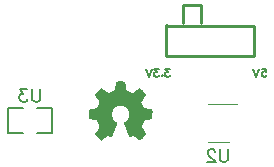
<source format=gbo>
G04 ---------------------------- Layer name :BOTTOM SILK LAYER*
G04 EasyEDA v5.7.26, Mon, 24 Sep 2018 03:33:45 GMT*
G04 f2589365b48f4548adba9131c7c0e0b5*
G04 Gerber Generator version 0.2*
G04 Scale: 100 percent, Rotated: No, Reflected: No *
G04 Dimensions in millimeters *
G04 leading zeros omitted , absolute positions ,3 integer and 3 decimal *
%FSLAX33Y33*%
%MOMM*%
G90*
G71D02*

%ADD10C,0.254000*%
%ADD31C,0.177800*%
%ADD32C,0.203200*%
%ADD33C,0.119990*%
%ADD34C,0.199898*%

%LPD*%

%LPD*%
G36*
G01X18564Y7998D02*
G01X18564Y7998D01*
G01X18564Y7998D01*
G01X18576Y7955D01*
G01X18592Y7882D01*
G01X18611Y7790D01*
G01X18631Y7688D01*
G01X18650Y7587D01*
G01X18665Y7496D01*
G01X18676Y7426D01*
G01X18680Y7385D01*
G01X18680Y7385D01*
G01X18682Y7357D01*
G01X18688Y7328D01*
G01X18696Y7302D01*
G01X18707Y7283D01*
G01X18707Y7283D01*
G01X18736Y7261D01*
G01X18795Y7228D01*
G01X18876Y7189D01*
G01X18970Y7147D01*
G01X19207Y7048D01*
G01X19310Y7121D01*
G01X19310Y7121D01*
G01X19418Y7198D01*
G01X19515Y7266D01*
G01X19601Y7324D01*
G01X19674Y7373D01*
G01X19734Y7412D01*
G01X19780Y7440D01*
G01X19813Y7457D01*
G01X19831Y7463D01*
G01X19831Y7463D01*
G01X19848Y7453D01*
G01X19881Y7425D01*
G01X19927Y7384D01*
G01X19982Y7332D01*
G01X20043Y7272D01*
G01X20107Y7208D01*
G01X20170Y7144D01*
G01X20228Y7082D01*
G01X20280Y7026D01*
G01X20321Y6979D01*
G01X20348Y6945D01*
G01X20357Y6928D01*
G01X20357Y6928D01*
G01X20349Y6906D01*
G01X20326Y6865D01*
G01X20292Y6809D01*
G01X20250Y6746D01*
G01X20250Y6746D01*
G01X20201Y6672D01*
G01X20146Y6590D01*
G01X20093Y6511D01*
G01X20047Y6442D01*
G01X19952Y6299D01*
G01X20004Y6182D01*
G01X20004Y6182D01*
G01X20028Y6128D01*
G01X20055Y6065D01*
G01X20081Y6002D01*
G01X20104Y5947D01*
G01X20104Y5947D01*
G01X20124Y5899D01*
G01X20143Y5856D01*
G01X20160Y5822D01*
G01X20170Y5803D01*
G01X20170Y5803D01*
G01X20184Y5794D01*
G01X20211Y5783D01*
G01X20253Y5771D01*
G01X20309Y5757D01*
G01X20379Y5742D01*
G01X20464Y5725D01*
G01X20563Y5706D01*
G01X20676Y5687D01*
G01X20676Y5687D01*
G01X20730Y5678D01*
G01X20774Y5671D01*
G01X20809Y5664D01*
G01X20836Y5654D01*
G01X20857Y5640D01*
G01X20871Y5619D01*
G01X20880Y5590D01*
G01X20885Y5551D01*
G01X20887Y5499D01*
G01X20887Y5432D01*
G01X20885Y5349D01*
G01X20883Y5247D01*
G01X20878Y4854D01*
G01X20771Y4838D01*
G01X20771Y4838D01*
G01X20674Y4821D01*
G01X20575Y4803D01*
G01X20478Y4783D01*
G01X20388Y4763D01*
G01X20309Y4744D01*
G01X20245Y4727D01*
G01X20202Y4713D01*
G01X20183Y4703D01*
G01X20183Y4703D01*
G01X20169Y4674D01*
G01X20143Y4613D01*
G01X20109Y4527D01*
G01X20070Y4427D01*
G01X19973Y4174D01*
G01X20156Y3899D01*
G01X20156Y3899D01*
G01X20228Y3790D01*
G01X20289Y3696D01*
G01X20332Y3627D01*
G01X20352Y3593D01*
G01X20352Y3593D01*
G01X20345Y3574D01*
G01X20321Y3539D01*
G01X20283Y3492D01*
G01X20233Y3434D01*
G01X20176Y3371D01*
G01X20114Y3305D01*
G01X20050Y3240D01*
G01X19989Y3179D01*
G01X19933Y3126D01*
G01X19885Y3083D01*
G01X19849Y3055D01*
G01X19828Y3045D01*
G01X19828Y3045D01*
G01X19814Y3048D01*
G01X19794Y3055D01*
G01X19766Y3070D01*
G01X19730Y3093D01*
G01X19682Y3124D01*
G01X19621Y3167D01*
G01X19545Y3221D01*
G01X19452Y3288D01*
G01X19452Y3288D01*
G01X19383Y3337D01*
G01X19322Y3377D01*
G01X19277Y3403D01*
G01X19254Y3413D01*
G01X19254Y3413D01*
G01X19234Y3408D01*
G01X19199Y3393D01*
G01X19154Y3370D01*
G01X19103Y3343D01*
G01X19103Y3343D01*
G01X19068Y3323D01*
G01X19040Y3307D01*
G01X19016Y3297D01*
G01X18996Y3292D01*
G01X18978Y3296D01*
G01X18961Y3308D01*
G01X18944Y3331D01*
G01X18925Y3366D01*
G01X18902Y3415D01*
G01X18876Y3477D01*
G01X18844Y3556D01*
G01X18805Y3652D01*
G01X18805Y3652D01*
G01X18755Y3774D01*
G01X18710Y3885D01*
G01X18670Y3984D01*
G01X18634Y4072D01*
G01X18603Y4150D01*
G01X18575Y4218D01*
G01X18552Y4278D01*
G01X18532Y4329D01*
G01X18515Y4372D01*
G01X18501Y4408D01*
G01X18490Y4438D01*
G01X18481Y4462D01*
G01X18475Y4480D01*
G01X18471Y4494D01*
G01X18469Y4503D01*
G01X18468Y4510D01*
G01X18468Y4510D01*
G01X18478Y4527D01*
G01X18504Y4555D01*
G01X18543Y4588D01*
G01X18590Y4625D01*
G01X18590Y4625D01*
G01X18639Y4663D01*
G01X18683Y4703D01*
G01X18724Y4746D01*
G01X18761Y4790D01*
G01X18794Y4837D01*
G01X18823Y4885D01*
G01X18848Y4935D01*
G01X18869Y4985D01*
G01X18886Y5037D01*
G01X18899Y5089D01*
G01X18909Y5143D01*
G01X18915Y5196D01*
G01X18917Y5249D01*
G01X18915Y5303D01*
G01X18909Y5356D01*
G01X18899Y5409D01*
G01X18886Y5461D01*
G01X18869Y5511D01*
G01X18849Y5561D01*
G01X18824Y5610D01*
G01X18796Y5657D01*
G01X18764Y5702D01*
G01X18729Y5745D01*
G01X18690Y5786D01*
G01X18647Y5824D01*
G01X18601Y5860D01*
G01X18551Y5893D01*
G01X18497Y5923D01*
G01X18497Y5923D01*
G01X18423Y5959D01*
G01X18359Y5979D01*
G01X18287Y5988D01*
G01X18187Y5990D01*
G01X18187Y5990D01*
G01X18089Y5988D01*
G01X18017Y5979D01*
G01X17953Y5959D01*
G01X17880Y5925D01*
G01X17880Y5925D01*
G01X17825Y5895D01*
G01X17775Y5861D01*
G01X17727Y5825D01*
G01X17684Y5786D01*
G01X17644Y5745D01*
G01X17608Y5701D01*
G01X17576Y5655D01*
G01X17547Y5608D01*
G01X17523Y5559D01*
G01X17502Y5509D01*
G01X17484Y5457D01*
G01X17471Y5405D01*
G01X17461Y5352D01*
G01X17455Y5298D01*
G01X17453Y5244D01*
G01X17455Y5190D01*
G01X17461Y5137D01*
G01X17471Y5083D01*
G01X17484Y5031D01*
G01X17502Y4979D01*
G01X17523Y4928D01*
G01X17549Y4879D01*
G01X17578Y4831D01*
G01X17612Y4785D01*
G01X17649Y4740D01*
G01X17691Y4698D01*
G01X17736Y4658D01*
G01X17786Y4621D01*
G01X17786Y4621D01*
G01X17852Y4573D01*
G01X17892Y4537D01*
G01X17909Y4509D01*
G01X17907Y4485D01*
G01X17907Y4485D01*
G01X17896Y4458D01*
G01X17872Y4400D01*
G01X17839Y4320D01*
G01X17800Y4225D01*
G01X17800Y4225D01*
G01X17778Y4172D01*
G01X17753Y4112D01*
G01X17726Y4046D01*
G01X17699Y3978D01*
G01X17671Y3908D01*
G01X17643Y3840D01*
G01X17617Y3776D01*
G01X17594Y3717D01*
G01X17594Y3717D01*
G01X17548Y3602D01*
G01X17509Y3508D01*
G01X17476Y3433D01*
G01X17449Y3375D01*
G01X17427Y3332D01*
G01X17409Y3304D01*
G01X17394Y3288D01*
G01X17382Y3283D01*
G01X17382Y3283D01*
G01X17364Y3289D01*
G01X17335Y3303D01*
G01X17297Y3323D01*
G01X17254Y3348D01*
G01X17254Y3348D01*
G01X17212Y3374D01*
G01X17175Y3394D01*
G01X17145Y3408D01*
G01X17128Y3413D01*
G01X17128Y3413D01*
G01X17116Y3410D01*
G01X17095Y3400D01*
G01X17065Y3382D01*
G01X17021Y3354D01*
G01X16964Y3316D01*
G01X16890Y3265D01*
G01X16797Y3201D01*
G01X16685Y3122D01*
G01X16547Y3026D01*
G01X16286Y3290D01*
G01X16286Y3290D01*
G01X16234Y3343D01*
G01X16185Y3395D01*
G01X16141Y3443D01*
G01X16103Y3486D01*
G01X16071Y3523D01*
G01X16047Y3553D01*
G01X16032Y3575D01*
G01X16026Y3587D01*
G01X16026Y3587D01*
G01X16031Y3601D01*
G01X16044Y3627D01*
G01X16064Y3663D01*
G01X16090Y3707D01*
G01X16121Y3757D01*
G01X16156Y3812D01*
G01X16193Y3869D01*
G01X16231Y3927D01*
G01X16268Y3983D01*
G01X16305Y4037D01*
G01X16339Y4084D01*
G01X16369Y4125D01*
G01X16369Y4125D01*
G01X16383Y4147D01*
G01X16392Y4168D01*
G01X16396Y4187D01*
G01X16393Y4200D01*
G01X16393Y4200D01*
G01X16380Y4229D01*
G01X16354Y4290D01*
G01X16319Y4375D01*
G01X16280Y4474D01*
G01X16180Y4723D01*
G01X15865Y4785D01*
G01X15865Y4785D01*
G01X15739Y4810D01*
G01X15632Y4833D01*
G01X15554Y4852D01*
G01X15517Y4863D01*
G01X15517Y4863D01*
G01X15508Y4871D01*
G01X15501Y4886D01*
G01X15495Y4911D01*
G01X15490Y4947D01*
G01X15486Y4996D01*
G01X15483Y5060D01*
G01X15481Y5142D01*
G01X15479Y5243D01*
G01X15479Y5243D01*
G01X15478Y5322D01*
G01X15478Y5395D01*
G01X15479Y5459D01*
G01X15481Y5514D01*
G01X15483Y5560D01*
G01X15486Y5595D01*
G01X15490Y5620D01*
G01X15495Y5632D01*
G01X15495Y5632D01*
G01X15515Y5644D01*
G01X15555Y5658D01*
G01X15609Y5672D01*
G01X15670Y5684D01*
G01X15670Y5684D01*
G01X15816Y5709D01*
G01X15935Y5730D01*
G01X16028Y5749D01*
G01X16099Y5765D01*
G01X16150Y5781D01*
G01X16185Y5796D01*
G01X16207Y5811D01*
G01X16218Y5827D01*
G01X16218Y5827D01*
G01X16231Y5859D01*
G01X16253Y5912D01*
G01X16282Y5980D01*
G01X16313Y6055D01*
G01X16313Y6055D01*
G01X16344Y6129D01*
G01X16371Y6196D01*
G01X16392Y6247D01*
G01X16402Y6275D01*
G01X16402Y6275D01*
G01X16403Y6290D01*
G01X16397Y6312D01*
G01X16384Y6343D01*
G01X16360Y6385D01*
G01X16325Y6442D01*
G01X16277Y6515D01*
G01X16215Y6609D01*
G01X16136Y6725D01*
G01X16136Y6725D01*
G01X16093Y6790D01*
G01X16059Y6848D01*
G01X16035Y6894D01*
G01X16026Y6920D01*
G01X16026Y6920D01*
G01X16032Y6932D01*
G01X16046Y6954D01*
G01X16070Y6983D01*
G01X16101Y7020D01*
G01X16138Y7062D01*
G01X16181Y7109D01*
G01X16228Y7159D01*
G01X16279Y7212D01*
G01X16279Y7212D01*
G01X16343Y7276D01*
G01X16398Y7330D01*
G01X16444Y7373D01*
G01X16482Y7407D01*
G01X16513Y7432D01*
G01X16537Y7447D01*
G01X16555Y7455D01*
G01X16567Y7455D01*
G01X16567Y7455D01*
G01X16586Y7445D01*
G01X16618Y7425D01*
G01X16661Y7398D01*
G01X16713Y7364D01*
G01X16769Y7326D01*
G01X16829Y7285D01*
G01X16889Y7244D01*
G01X16947Y7204D01*
G01X17000Y7166D01*
G01X17045Y7133D01*
G01X17080Y7106D01*
G01X17103Y7088D01*
G01X17103Y7088D01*
G01X17132Y7064D01*
G01X17159Y7057D01*
G01X17201Y7066D01*
G01X17273Y7093D01*
G01X17273Y7093D01*
G01X17331Y7117D01*
G01X17400Y7146D01*
G01X17470Y7176D01*
G01X17534Y7204D01*
G01X17672Y7267D01*
G01X17687Y7381D01*
G01X17687Y7381D01*
G01X17699Y7464D01*
G01X17715Y7558D01*
G01X17734Y7657D01*
G01X17753Y7755D01*
G01X17773Y7844D01*
G01X17790Y7918D01*
G01X17805Y7972D01*
G01X17816Y7998D01*
G01X17816Y7998D01*
G01X17826Y8005D01*
G01X17844Y8011D01*
G01X17873Y8016D01*
G01X17913Y8019D01*
G01X17964Y8022D01*
G01X18027Y8024D01*
G01X18104Y8025D01*
G01X18195Y8026D01*
G01X18195Y8026D01*
G01X18288Y8025D01*
G01X18365Y8024D01*
G01X18428Y8022D01*
G01X18477Y8020D01*
G01X18515Y8016D01*
G01X18541Y8011D01*
G01X18557Y8005D01*
G01X18564Y7998D01*
G37*

%LPD*%
G54D33*
G01X27350Y2867D02*
G01X25552Y2867D01*
G01X25552Y6088D02*
G01X28000Y6088D01*
G54D10*
G01X21998Y10200D02*
G01X29499Y10200D01*
G01X29499Y12700D01*
G01X22100Y12700D01*
G01X21998Y12801D01*
G01X21998Y10200D01*
G01X23500Y12999D02*
G01X23500Y14500D01*
G01X24998Y14500D01*
G01X24998Y12999D01*
G01X24998Y12999D01*
G54D34*
G01X11082Y5765D02*
G01X12400Y5765D01*
G01X12400Y3695D01*
G01X11082Y3695D01*
G01X9949Y5765D02*
G01X8628Y5765D01*
G01X8628Y3695D01*
G01X9949Y3695D01*
G54D32*
G01X22329Y9100D02*
G01X21979Y9100D01*
G01X22170Y8845D01*
G01X22075Y8845D01*
G01X22011Y8814D01*
G01X21979Y8782D01*
G01X21948Y8686D01*
G01X21948Y8623D01*
G01X21979Y8527D01*
G01X22043Y8464D01*
G01X22139Y8432D01*
G01X22234Y8432D01*
G01X22329Y8464D01*
G01X22361Y8495D01*
G01X22393Y8559D01*
G01X21706Y8591D02*
G01X21738Y8559D01*
G01X21706Y8527D01*
G01X21674Y8559D01*
G01X21706Y8591D01*
G01X21400Y9100D02*
G01X21050Y9100D01*
G01X21241Y8845D01*
G01X21146Y8845D01*
G01X21082Y8814D01*
G01X21050Y8782D01*
G01X21019Y8686D01*
G01X21019Y8623D01*
G01X21050Y8527D01*
G01X21114Y8464D01*
G01X21209Y8432D01*
G01X21305Y8432D01*
G01X21400Y8464D01*
G01X21432Y8495D01*
G01X21464Y8559D01*
G01X20809Y9100D02*
G01X20554Y8432D01*
G01X20299Y9100D02*
G01X20554Y8432D01*
G01X30182Y9100D02*
G01X30500Y9100D01*
G01X30532Y8814D01*
G01X30500Y8845D01*
G01X30405Y8877D01*
G01X30309Y8877D01*
G01X30214Y8845D01*
G01X30150Y8782D01*
G01X30119Y8686D01*
G01X30119Y8623D01*
G01X30150Y8527D01*
G01X30214Y8464D01*
G01X30309Y8432D01*
G01X30405Y8432D01*
G01X30500Y8464D01*
G01X30532Y8495D01*
G01X30564Y8559D01*
G01X29909Y9100D02*
G01X29654Y8432D01*
G01X29399Y9100D02*
G01X29654Y8432D01*
G54D31*
G01X27298Y2300D02*
G01X27298Y1523D01*
G01X27247Y1365D01*
G01X27143Y1261D01*
G01X26985Y1210D01*
G01X26881Y1210D01*
G01X26726Y1261D01*
G01X26622Y1365D01*
G01X26571Y1523D01*
G01X26571Y2300D01*
G01X26175Y2041D02*
G01X26175Y2094D01*
G01X26124Y2198D01*
G01X26071Y2249D01*
G01X25967Y2300D01*
G01X25761Y2300D01*
G01X25657Y2249D01*
G01X25604Y2198D01*
G01X25553Y2094D01*
G01X25553Y1990D01*
G01X25604Y1886D01*
G01X25708Y1729D01*
G01X26228Y1210D01*
G01X25499Y1210D01*
G01X11398Y7400D02*
G01X11398Y6623D01*
G01X11347Y6465D01*
G01X11243Y6361D01*
G01X11085Y6310D01*
G01X10981Y6310D01*
G01X10826Y6361D01*
G01X10722Y6465D01*
G01X10671Y6623D01*
G01X10671Y7400D01*
G01X10224Y7400D02*
G01X9653Y7400D01*
G01X9963Y6986D01*
G01X9808Y6986D01*
G01X9704Y6933D01*
G01X9653Y6882D01*
G01X9600Y6727D01*
G01X9600Y6623D01*
G01X9653Y6465D01*
G01X9757Y6361D01*
G01X9912Y6310D01*
G01X10067Y6310D01*
G01X10224Y6361D01*
G01X10275Y6414D01*
G01X10328Y6519D01*
M00*
M02*

</source>
